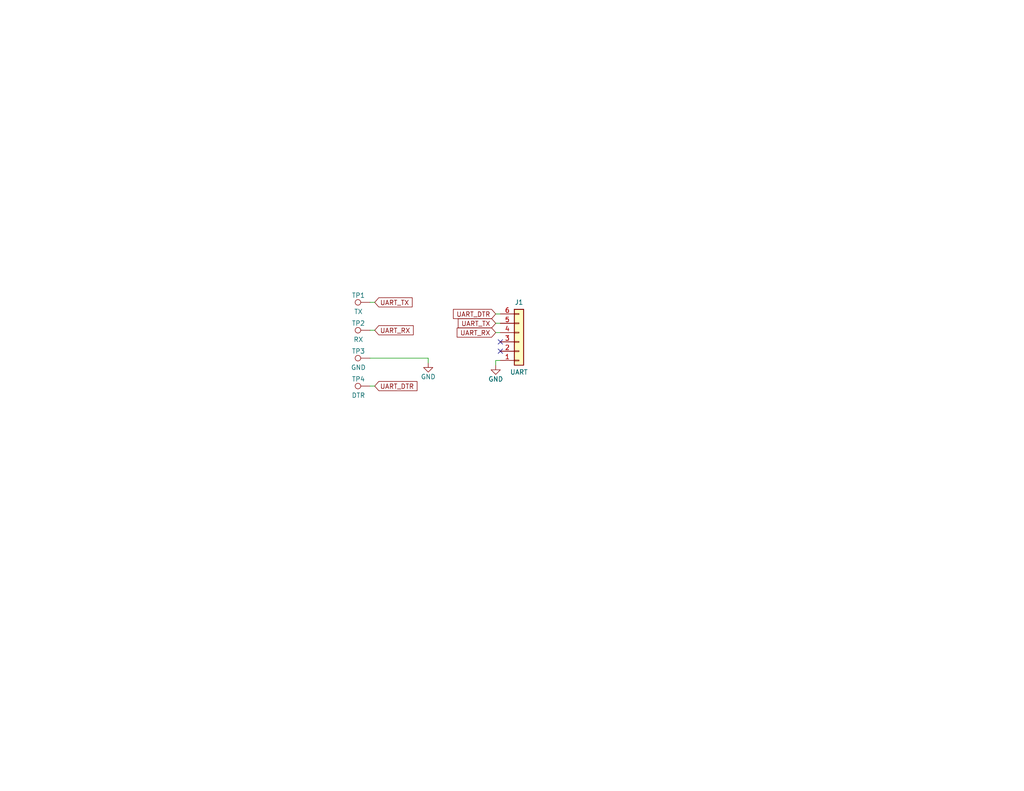
<source format=kicad_sch>
(kicad_sch (version 20230121) (generator eeschema)
  (paper "A")
  (lib_symbols
    (symbol "Connector:TestPoint" (pin_numbers hide) (pin_names (offset 0.762) hide)
      (property "Reference" "TP" (at 0 6.858 0))
      (property "Value" "TestPoint" (at 0 5.08 0))
      (symbol "TestPoint_0_1"
        (circle (center 0 3.302) (radius 0.762))
      )
      (symbol "TestPoint_1_1"
        (pin passive line (at 0 0 90) (length 2.54) (name "1") (number "1"))
      )
    )
    (symbol "Connector_Generic:Conn_01x06" (pin_names (offset 1.016) hide)
      (property "Reference" "J" (at 0 7.62 0))
      (property "Value" "Conn_01x06" (at 0 -10.16 0))
      (symbol "Conn_01x06_1_1"
        (rectangle (start -1.27 -7.493) (end 0 -7.747) (stroke (width 0.1524)))
        (rectangle (start -1.27 -4.953) (end 0 -5.207) (stroke (width 0.1524)))
        (rectangle (start -1.27 -2.413) (end 0 -2.667) (stroke (width 0.1524)))
        (rectangle (start -1.27 0.127) (end 0 -0.127) (stroke (width 0.1524)))
        (rectangle (start -1.27 2.667) (end 0 2.413) (stroke (width 0.1524)))
        (rectangle (start -1.27 5.207) (end 0 4.953) (stroke (width 0.1524)))
        (rectangle (start -1.27 6.35) (end 1.27 -8.89) (stroke (width 0.254)) (fill (type background)))
        (pin passive line (at -5.08 5.08 0) (length 3.81) (name "Pin_1") (number "1"))
        (pin passive line (at -5.08 2.54 0) (length 3.81) (name "Pin_2") (number "2"))
        (pin passive line (at -5.08 0 0) (length 3.81) (name "Pin_3") (number "3"))
        (pin passive line (at -5.08 -2.54 0) (length 3.81) (name "Pin_4") (number "4"))
        (pin passive line (at -5.08 -5.08 0) (length 3.81) (name "Pin_5") (number "5"))
        (pin passive line (at -5.08 -7.62 0) (length 3.81) (name "Pin_6") (number "6"))
      )
    )
    (symbol "power:GND" (power) (pin_names (offset 0))
      (property "Value" "GND" (at 0 -3.81 0))
      (symbol "GND_0_1"
        (polyline (pts (xy 0 0) (xy 0 -1.27) (xy 1.27 -1.27) (xy 0 -2.54) (xy -1.27 -1.27) (xy 0 -1.27)))
      )
      (symbol "GND_1_1"
        (pin power_in line (at 0 0 270) (length 0) hide (name "GND") (number "1"))
      )
    )
  )
  (no_connect (at 136.525 93.345))
  (no_connect (at 136.525 95.885))
  (wire (pts (xy 135.255 85.725) (xy 136.525 85.725)))
  (wire (pts (xy 135.255 99.695) (xy 135.255 98.425)))
  (wire (pts (xy 135.255 88.265) (xy 136.525 88.265)))
  (wire (pts (xy 100.965 90.17) (xy 102.235 90.17)))
  (wire (pts (xy 135.255 90.805) (xy 136.525 90.805)))
  (wire (pts (xy 100.965 82.55) (xy 102.235 82.55)))
  (wire (pts (xy 116.84 97.79) (xy 116.84 99.06)))
  (wire (pts (xy 100.965 105.41) (xy 102.235 105.41)))
  (wire (pts (xy 135.255 98.425) (xy 136.525 98.425)))
  (wire (pts (xy 100.965 97.79) (xy 116.84 97.79)))
  (global_label "UART_DTR" (shape input) (at 135.255 85.725 180) (property "Intersheetrefs" "${INTERSHEET_REFS}" (effects hide)))
  (global_label "UART_TX" (shape input) (at 135.255 88.265 180) (property "Intersheetrefs" "${INTERSHEET_REFS}" (effects hide)))
  (global_label "UART_DTR" (shape input) (at 102.235 105.41 0) (property "Intersheetrefs" "${INTERSHEET_REFS}" (effects hide)))
  (global_label "UART_RX" (shape input) (at 135.255 90.805 180) (property "Intersheetrefs" "${INTERSHEET_REFS}" (effects hide)))
  (global_label "UART_TX" (shape input) (at 102.235 82.55 0) (property "Intersheetrefs" "${INTERSHEET_REFS}" (effects hide)))
  (global_label "UART_RX" (shape input) (at 102.235 90.17 0) (property "Intersheetrefs" "${INTERSHEET_REFS}" (effects hide)))
  (symbol (lib_id "Connector_Generic:Conn_01x06") (at 141.605 93.345 0) (mirror x) (unit 1)
    (property "Reference" "J1" (at 141.605 82.55 0))
    (property "Value" "UART" (at 141.605 101.6 0))
    (property "Footprint" "Connector_PinHeader_2.54mm:PinHeader_1x06_P2.54mm_Vertical" (effects hide))
  )
  (symbol (lib_id "Connector:TestPoint") (at 100.965 97.79 90) (unit 1)
    (property "Reference" "TP3" (at 97.79 95.885 90))
    (property "Value" "GND" (at 97.79 100.33 90))
    (property "Footprint" "Library:4mm_banana_plug" (effects hide))
  )
  (symbol (lib_id "Connector:TestPoint") (at 100.965 90.17 90) (unit 1)
    (property "Reference" "TP2" (at 97.79 88.265 90))
    (property "Value" "RX" (at 97.79 92.71 90))
    (property "Footprint" "Library:4mm_banana_plug" (effects hide))
  )
  (symbol (lib_id "Connector:TestPoint") (at 100.965 105.41 90) (unit 1)
    (property "Reference" "TP4" (at 97.79 103.505 90))
    (property "Value" "DTR" (at 97.79 107.95 90))
    (property "Footprint" "Library:4mm_banana_plug" (effects hide))
  )
  (symbol (lib_id "power:GND") (at 116.84 99.06 0) (unit 1)
    (property "Reference" "#PWR03" (effects hide))
    (property "Value" "GND" (at 116.84 102.87 0))
  )
  (symbol (lib_id "power:GND") (at 135.255 99.695 0) (unit 1)
    (property "Reference" "#PWR02" (effects hide))
    (property "Value" "GND" (at 135.255 103.505 0))
  )
  (symbol (lib_id "Connector:TestPoint") (at 100.965 82.55 90) (unit 1)
    (property "Reference" "TP1" (at 97.79 80.645 90))
    (property "Value" "TX" (at 97.79 85.09 90))
    (property "Footprint" "Library:4mm_banana_plug" (effects hide))
  )
)
</source>
